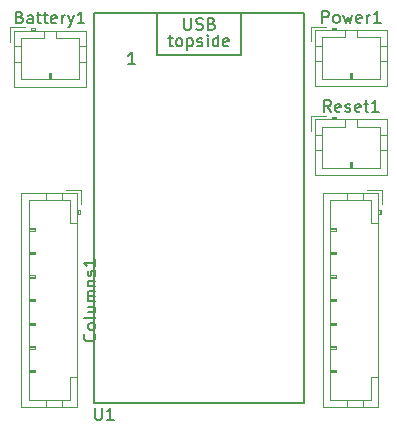
<source format=gbr>
%TF.GenerationSoftware,KiCad,Pcbnew,9.0.4*%
%TF.CreationDate,2025-10-08T20:13:18+03:00*%
%TF.ProjectId,dactyl_plugs,64616374-796c-45f7-906c-7567732e6b69,rev?*%
%TF.SameCoordinates,Original*%
%TF.FileFunction,Legend,Top*%
%TF.FilePolarity,Positive*%
%FSLAX46Y46*%
G04 Gerber Fmt 4.6, Leading zero omitted, Abs format (unit mm)*
G04 Created by KiCad (PCBNEW 9.0.4) date 2025-10-08 20:13:18*
%MOMM*%
%LPD*%
G01*
G04 APERTURE LIST*
%ADD10C,0.150000*%
%ADD11C,0.120000*%
G04 APERTURE END LIST*
D10*
X95452380Y-48031009D02*
X95595237Y-48078628D01*
X95595237Y-48078628D02*
X95642856Y-48126247D01*
X95642856Y-48126247D02*
X95690475Y-48221485D01*
X95690475Y-48221485D02*
X95690475Y-48364342D01*
X95690475Y-48364342D02*
X95642856Y-48459580D01*
X95642856Y-48459580D02*
X95595237Y-48507200D01*
X95595237Y-48507200D02*
X95499999Y-48554819D01*
X95499999Y-48554819D02*
X95119047Y-48554819D01*
X95119047Y-48554819D02*
X95119047Y-47554819D01*
X95119047Y-47554819D02*
X95452380Y-47554819D01*
X95452380Y-47554819D02*
X95547618Y-47602438D01*
X95547618Y-47602438D02*
X95595237Y-47650057D01*
X95595237Y-47650057D02*
X95642856Y-47745295D01*
X95642856Y-47745295D02*
X95642856Y-47840533D01*
X95642856Y-47840533D02*
X95595237Y-47935771D01*
X95595237Y-47935771D02*
X95547618Y-47983390D01*
X95547618Y-47983390D02*
X95452380Y-48031009D01*
X95452380Y-48031009D02*
X95119047Y-48031009D01*
X96547618Y-48554819D02*
X96547618Y-48031009D01*
X96547618Y-48031009D02*
X96499999Y-47935771D01*
X96499999Y-47935771D02*
X96404761Y-47888152D01*
X96404761Y-47888152D02*
X96214285Y-47888152D01*
X96214285Y-47888152D02*
X96119047Y-47935771D01*
X96547618Y-48507200D02*
X96452380Y-48554819D01*
X96452380Y-48554819D02*
X96214285Y-48554819D01*
X96214285Y-48554819D02*
X96119047Y-48507200D01*
X96119047Y-48507200D02*
X96071428Y-48411961D01*
X96071428Y-48411961D02*
X96071428Y-48316723D01*
X96071428Y-48316723D02*
X96119047Y-48221485D01*
X96119047Y-48221485D02*
X96214285Y-48173866D01*
X96214285Y-48173866D02*
X96452380Y-48173866D01*
X96452380Y-48173866D02*
X96547618Y-48126247D01*
X96880952Y-47888152D02*
X97261904Y-47888152D01*
X97023809Y-47554819D02*
X97023809Y-48411961D01*
X97023809Y-48411961D02*
X97071428Y-48507200D01*
X97071428Y-48507200D02*
X97166666Y-48554819D01*
X97166666Y-48554819D02*
X97261904Y-48554819D01*
X97452381Y-47888152D02*
X97833333Y-47888152D01*
X97595238Y-47554819D02*
X97595238Y-48411961D01*
X97595238Y-48411961D02*
X97642857Y-48507200D01*
X97642857Y-48507200D02*
X97738095Y-48554819D01*
X97738095Y-48554819D02*
X97833333Y-48554819D01*
X98547619Y-48507200D02*
X98452381Y-48554819D01*
X98452381Y-48554819D02*
X98261905Y-48554819D01*
X98261905Y-48554819D02*
X98166667Y-48507200D01*
X98166667Y-48507200D02*
X98119048Y-48411961D01*
X98119048Y-48411961D02*
X98119048Y-48031009D01*
X98119048Y-48031009D02*
X98166667Y-47935771D01*
X98166667Y-47935771D02*
X98261905Y-47888152D01*
X98261905Y-47888152D02*
X98452381Y-47888152D01*
X98452381Y-47888152D02*
X98547619Y-47935771D01*
X98547619Y-47935771D02*
X98595238Y-48031009D01*
X98595238Y-48031009D02*
X98595238Y-48126247D01*
X98595238Y-48126247D02*
X98119048Y-48221485D01*
X99023810Y-48554819D02*
X99023810Y-47888152D01*
X99023810Y-48078628D02*
X99071429Y-47983390D01*
X99071429Y-47983390D02*
X99119048Y-47935771D01*
X99119048Y-47935771D02*
X99214286Y-47888152D01*
X99214286Y-47888152D02*
X99309524Y-47888152D01*
X99547620Y-47888152D02*
X99785715Y-48554819D01*
X100023810Y-47888152D02*
X99785715Y-48554819D01*
X99785715Y-48554819D02*
X99690477Y-48792914D01*
X99690477Y-48792914D02*
X99642858Y-48840533D01*
X99642858Y-48840533D02*
X99547620Y-48888152D01*
X100928572Y-48554819D02*
X100357144Y-48554819D01*
X100642858Y-48554819D02*
X100642858Y-47554819D01*
X100642858Y-47554819D02*
X100547620Y-47697676D01*
X100547620Y-47697676D02*
X100452382Y-47792914D01*
X100452382Y-47792914D02*
X100357144Y-47840533D01*
X101759580Y-74857143D02*
X101807200Y-74904762D01*
X101807200Y-74904762D02*
X101854819Y-75047619D01*
X101854819Y-75047619D02*
X101854819Y-75142857D01*
X101854819Y-75142857D02*
X101807200Y-75285714D01*
X101807200Y-75285714D02*
X101711961Y-75380952D01*
X101711961Y-75380952D02*
X101616723Y-75428571D01*
X101616723Y-75428571D02*
X101426247Y-75476190D01*
X101426247Y-75476190D02*
X101283390Y-75476190D01*
X101283390Y-75476190D02*
X101092914Y-75428571D01*
X101092914Y-75428571D02*
X100997676Y-75380952D01*
X100997676Y-75380952D02*
X100902438Y-75285714D01*
X100902438Y-75285714D02*
X100854819Y-75142857D01*
X100854819Y-75142857D02*
X100854819Y-75047619D01*
X100854819Y-75047619D02*
X100902438Y-74904762D01*
X100902438Y-74904762D02*
X100950057Y-74857143D01*
X101854819Y-74285714D02*
X101807200Y-74380952D01*
X101807200Y-74380952D02*
X101759580Y-74428571D01*
X101759580Y-74428571D02*
X101664342Y-74476190D01*
X101664342Y-74476190D02*
X101378628Y-74476190D01*
X101378628Y-74476190D02*
X101283390Y-74428571D01*
X101283390Y-74428571D02*
X101235771Y-74380952D01*
X101235771Y-74380952D02*
X101188152Y-74285714D01*
X101188152Y-74285714D02*
X101188152Y-74142857D01*
X101188152Y-74142857D02*
X101235771Y-74047619D01*
X101235771Y-74047619D02*
X101283390Y-74000000D01*
X101283390Y-74000000D02*
X101378628Y-73952381D01*
X101378628Y-73952381D02*
X101664342Y-73952381D01*
X101664342Y-73952381D02*
X101759580Y-74000000D01*
X101759580Y-74000000D02*
X101807200Y-74047619D01*
X101807200Y-74047619D02*
X101854819Y-74142857D01*
X101854819Y-74142857D02*
X101854819Y-74285714D01*
X101854819Y-73380952D02*
X101807200Y-73476190D01*
X101807200Y-73476190D02*
X101711961Y-73523809D01*
X101711961Y-73523809D02*
X100854819Y-73523809D01*
X101188152Y-72571428D02*
X101854819Y-72571428D01*
X101188152Y-72999999D02*
X101711961Y-72999999D01*
X101711961Y-72999999D02*
X101807200Y-72952380D01*
X101807200Y-72952380D02*
X101854819Y-72857142D01*
X101854819Y-72857142D02*
X101854819Y-72714285D01*
X101854819Y-72714285D02*
X101807200Y-72619047D01*
X101807200Y-72619047D02*
X101759580Y-72571428D01*
X101854819Y-72095237D02*
X101188152Y-72095237D01*
X101283390Y-72095237D02*
X101235771Y-72047618D01*
X101235771Y-72047618D02*
X101188152Y-71952380D01*
X101188152Y-71952380D02*
X101188152Y-71809523D01*
X101188152Y-71809523D02*
X101235771Y-71714285D01*
X101235771Y-71714285D02*
X101331009Y-71666666D01*
X101331009Y-71666666D02*
X101854819Y-71666666D01*
X101331009Y-71666666D02*
X101235771Y-71619047D01*
X101235771Y-71619047D02*
X101188152Y-71523809D01*
X101188152Y-71523809D02*
X101188152Y-71380952D01*
X101188152Y-71380952D02*
X101235771Y-71285713D01*
X101235771Y-71285713D02*
X101331009Y-71238094D01*
X101331009Y-71238094D02*
X101854819Y-71238094D01*
X101188152Y-70761904D02*
X101854819Y-70761904D01*
X101283390Y-70761904D02*
X101235771Y-70714285D01*
X101235771Y-70714285D02*
X101188152Y-70619047D01*
X101188152Y-70619047D02*
X101188152Y-70476190D01*
X101188152Y-70476190D02*
X101235771Y-70380952D01*
X101235771Y-70380952D02*
X101331009Y-70333333D01*
X101331009Y-70333333D02*
X101854819Y-70333333D01*
X101807200Y-69904761D02*
X101854819Y-69809523D01*
X101854819Y-69809523D02*
X101854819Y-69619047D01*
X101854819Y-69619047D02*
X101807200Y-69523809D01*
X101807200Y-69523809D02*
X101711961Y-69476190D01*
X101711961Y-69476190D02*
X101664342Y-69476190D01*
X101664342Y-69476190D02*
X101569104Y-69523809D01*
X101569104Y-69523809D02*
X101521485Y-69619047D01*
X101521485Y-69619047D02*
X101521485Y-69761904D01*
X101521485Y-69761904D02*
X101473866Y-69857142D01*
X101473866Y-69857142D02*
X101378628Y-69904761D01*
X101378628Y-69904761D02*
X101331009Y-69904761D01*
X101331009Y-69904761D02*
X101235771Y-69857142D01*
X101235771Y-69857142D02*
X101188152Y-69761904D01*
X101188152Y-69761904D02*
X101188152Y-69619047D01*
X101188152Y-69619047D02*
X101235771Y-69523809D01*
X101854819Y-68523809D02*
X101854819Y-69095237D01*
X101854819Y-68809523D02*
X100854819Y-68809523D01*
X100854819Y-68809523D02*
X100997676Y-68904761D01*
X100997676Y-68904761D02*
X101092914Y-68999999D01*
X101092914Y-68999999D02*
X101140533Y-69095237D01*
X121047619Y-48504819D02*
X121047619Y-47504819D01*
X121047619Y-47504819D02*
X121428571Y-47504819D01*
X121428571Y-47504819D02*
X121523809Y-47552438D01*
X121523809Y-47552438D02*
X121571428Y-47600057D01*
X121571428Y-47600057D02*
X121619047Y-47695295D01*
X121619047Y-47695295D02*
X121619047Y-47838152D01*
X121619047Y-47838152D02*
X121571428Y-47933390D01*
X121571428Y-47933390D02*
X121523809Y-47981009D01*
X121523809Y-47981009D02*
X121428571Y-48028628D01*
X121428571Y-48028628D02*
X121047619Y-48028628D01*
X122190476Y-48504819D02*
X122095238Y-48457200D01*
X122095238Y-48457200D02*
X122047619Y-48409580D01*
X122047619Y-48409580D02*
X122000000Y-48314342D01*
X122000000Y-48314342D02*
X122000000Y-48028628D01*
X122000000Y-48028628D02*
X122047619Y-47933390D01*
X122047619Y-47933390D02*
X122095238Y-47885771D01*
X122095238Y-47885771D02*
X122190476Y-47838152D01*
X122190476Y-47838152D02*
X122333333Y-47838152D01*
X122333333Y-47838152D02*
X122428571Y-47885771D01*
X122428571Y-47885771D02*
X122476190Y-47933390D01*
X122476190Y-47933390D02*
X122523809Y-48028628D01*
X122523809Y-48028628D02*
X122523809Y-48314342D01*
X122523809Y-48314342D02*
X122476190Y-48409580D01*
X122476190Y-48409580D02*
X122428571Y-48457200D01*
X122428571Y-48457200D02*
X122333333Y-48504819D01*
X122333333Y-48504819D02*
X122190476Y-48504819D01*
X122857143Y-47838152D02*
X123047619Y-48504819D01*
X123047619Y-48504819D02*
X123238095Y-48028628D01*
X123238095Y-48028628D02*
X123428571Y-48504819D01*
X123428571Y-48504819D02*
X123619047Y-47838152D01*
X124380952Y-48457200D02*
X124285714Y-48504819D01*
X124285714Y-48504819D02*
X124095238Y-48504819D01*
X124095238Y-48504819D02*
X124000000Y-48457200D01*
X124000000Y-48457200D02*
X123952381Y-48361961D01*
X123952381Y-48361961D02*
X123952381Y-47981009D01*
X123952381Y-47981009D02*
X124000000Y-47885771D01*
X124000000Y-47885771D02*
X124095238Y-47838152D01*
X124095238Y-47838152D02*
X124285714Y-47838152D01*
X124285714Y-47838152D02*
X124380952Y-47885771D01*
X124380952Y-47885771D02*
X124428571Y-47981009D01*
X124428571Y-47981009D02*
X124428571Y-48076247D01*
X124428571Y-48076247D02*
X123952381Y-48171485D01*
X124857143Y-48504819D02*
X124857143Y-47838152D01*
X124857143Y-48028628D02*
X124904762Y-47933390D01*
X124904762Y-47933390D02*
X124952381Y-47885771D01*
X124952381Y-47885771D02*
X125047619Y-47838152D01*
X125047619Y-47838152D02*
X125142857Y-47838152D01*
X126000000Y-48504819D02*
X125428572Y-48504819D01*
X125714286Y-48504819D02*
X125714286Y-47504819D01*
X125714286Y-47504819D02*
X125619048Y-47647676D01*
X125619048Y-47647676D02*
X125523810Y-47742914D01*
X125523810Y-47742914D02*
X125428572Y-47790533D01*
X101831779Y-81124819D02*
X101831779Y-81934342D01*
X101831779Y-81934342D02*
X101879398Y-82029580D01*
X101879398Y-82029580D02*
X101927017Y-82077200D01*
X101927017Y-82077200D02*
X102022255Y-82124819D01*
X102022255Y-82124819D02*
X102212731Y-82124819D01*
X102212731Y-82124819D02*
X102307969Y-82077200D01*
X102307969Y-82077200D02*
X102355588Y-82029580D01*
X102355588Y-82029580D02*
X102403207Y-81934342D01*
X102403207Y-81934342D02*
X102403207Y-81124819D01*
X103403207Y-82124819D02*
X102831779Y-82124819D01*
X103117493Y-82124819D02*
X103117493Y-81124819D01*
X103117493Y-81124819D02*
X103022255Y-81267676D01*
X103022255Y-81267676D02*
X102927017Y-81362914D01*
X102927017Y-81362914D02*
X102831779Y-81410533D01*
X105205714Y-52017319D02*
X104634286Y-52017319D01*
X104920000Y-52017319D02*
X104920000Y-51017319D01*
X104920000Y-51017319D02*
X104824762Y-51160176D01*
X104824762Y-51160176D02*
X104729524Y-51255414D01*
X104729524Y-51255414D02*
X104634286Y-51303033D01*
X108015952Y-49833152D02*
X108396904Y-49833152D01*
X108158809Y-49499819D02*
X108158809Y-50356961D01*
X108158809Y-50356961D02*
X108206428Y-50452200D01*
X108206428Y-50452200D02*
X108301666Y-50499819D01*
X108301666Y-50499819D02*
X108396904Y-50499819D01*
X108873095Y-50499819D02*
X108777857Y-50452200D01*
X108777857Y-50452200D02*
X108730238Y-50404580D01*
X108730238Y-50404580D02*
X108682619Y-50309342D01*
X108682619Y-50309342D02*
X108682619Y-50023628D01*
X108682619Y-50023628D02*
X108730238Y-49928390D01*
X108730238Y-49928390D02*
X108777857Y-49880771D01*
X108777857Y-49880771D02*
X108873095Y-49833152D01*
X108873095Y-49833152D02*
X109015952Y-49833152D01*
X109015952Y-49833152D02*
X109111190Y-49880771D01*
X109111190Y-49880771D02*
X109158809Y-49928390D01*
X109158809Y-49928390D02*
X109206428Y-50023628D01*
X109206428Y-50023628D02*
X109206428Y-50309342D01*
X109206428Y-50309342D02*
X109158809Y-50404580D01*
X109158809Y-50404580D02*
X109111190Y-50452200D01*
X109111190Y-50452200D02*
X109015952Y-50499819D01*
X109015952Y-50499819D02*
X108873095Y-50499819D01*
X109635000Y-49833152D02*
X109635000Y-50833152D01*
X109635000Y-49880771D02*
X109730238Y-49833152D01*
X109730238Y-49833152D02*
X109920714Y-49833152D01*
X109920714Y-49833152D02*
X110015952Y-49880771D01*
X110015952Y-49880771D02*
X110063571Y-49928390D01*
X110063571Y-49928390D02*
X110111190Y-50023628D01*
X110111190Y-50023628D02*
X110111190Y-50309342D01*
X110111190Y-50309342D02*
X110063571Y-50404580D01*
X110063571Y-50404580D02*
X110015952Y-50452200D01*
X110015952Y-50452200D02*
X109920714Y-50499819D01*
X109920714Y-50499819D02*
X109730238Y-50499819D01*
X109730238Y-50499819D02*
X109635000Y-50452200D01*
X110492143Y-50452200D02*
X110587381Y-50499819D01*
X110587381Y-50499819D02*
X110777857Y-50499819D01*
X110777857Y-50499819D02*
X110873095Y-50452200D01*
X110873095Y-50452200D02*
X110920714Y-50356961D01*
X110920714Y-50356961D02*
X110920714Y-50309342D01*
X110920714Y-50309342D02*
X110873095Y-50214104D01*
X110873095Y-50214104D02*
X110777857Y-50166485D01*
X110777857Y-50166485D02*
X110635000Y-50166485D01*
X110635000Y-50166485D02*
X110539762Y-50118866D01*
X110539762Y-50118866D02*
X110492143Y-50023628D01*
X110492143Y-50023628D02*
X110492143Y-49976009D01*
X110492143Y-49976009D02*
X110539762Y-49880771D01*
X110539762Y-49880771D02*
X110635000Y-49833152D01*
X110635000Y-49833152D02*
X110777857Y-49833152D01*
X110777857Y-49833152D02*
X110873095Y-49880771D01*
X111349286Y-50499819D02*
X111349286Y-49833152D01*
X111349286Y-49499819D02*
X111301667Y-49547438D01*
X111301667Y-49547438D02*
X111349286Y-49595057D01*
X111349286Y-49595057D02*
X111396905Y-49547438D01*
X111396905Y-49547438D02*
X111349286Y-49499819D01*
X111349286Y-49499819D02*
X111349286Y-49595057D01*
X112254047Y-50499819D02*
X112254047Y-49499819D01*
X112254047Y-50452200D02*
X112158809Y-50499819D01*
X112158809Y-50499819D02*
X111968333Y-50499819D01*
X111968333Y-50499819D02*
X111873095Y-50452200D01*
X111873095Y-50452200D02*
X111825476Y-50404580D01*
X111825476Y-50404580D02*
X111777857Y-50309342D01*
X111777857Y-50309342D02*
X111777857Y-50023628D01*
X111777857Y-50023628D02*
X111825476Y-49928390D01*
X111825476Y-49928390D02*
X111873095Y-49880771D01*
X111873095Y-49880771D02*
X111968333Y-49833152D01*
X111968333Y-49833152D02*
X112158809Y-49833152D01*
X112158809Y-49833152D02*
X112254047Y-49880771D01*
X113111190Y-50452200D02*
X113015952Y-50499819D01*
X113015952Y-50499819D02*
X112825476Y-50499819D01*
X112825476Y-50499819D02*
X112730238Y-50452200D01*
X112730238Y-50452200D02*
X112682619Y-50356961D01*
X112682619Y-50356961D02*
X112682619Y-49976009D01*
X112682619Y-49976009D02*
X112730238Y-49880771D01*
X112730238Y-49880771D02*
X112825476Y-49833152D01*
X112825476Y-49833152D02*
X113015952Y-49833152D01*
X113015952Y-49833152D02*
X113111190Y-49880771D01*
X113111190Y-49880771D02*
X113158809Y-49976009D01*
X113158809Y-49976009D02*
X113158809Y-50071247D01*
X113158809Y-50071247D02*
X112682619Y-50166485D01*
X109373095Y-48099819D02*
X109373095Y-48909342D01*
X109373095Y-48909342D02*
X109420714Y-49004580D01*
X109420714Y-49004580D02*
X109468333Y-49052200D01*
X109468333Y-49052200D02*
X109563571Y-49099819D01*
X109563571Y-49099819D02*
X109754047Y-49099819D01*
X109754047Y-49099819D02*
X109849285Y-49052200D01*
X109849285Y-49052200D02*
X109896904Y-49004580D01*
X109896904Y-49004580D02*
X109944523Y-48909342D01*
X109944523Y-48909342D02*
X109944523Y-48099819D01*
X110373095Y-49052200D02*
X110515952Y-49099819D01*
X110515952Y-49099819D02*
X110754047Y-49099819D01*
X110754047Y-49099819D02*
X110849285Y-49052200D01*
X110849285Y-49052200D02*
X110896904Y-49004580D01*
X110896904Y-49004580D02*
X110944523Y-48909342D01*
X110944523Y-48909342D02*
X110944523Y-48814104D01*
X110944523Y-48814104D02*
X110896904Y-48718866D01*
X110896904Y-48718866D02*
X110849285Y-48671247D01*
X110849285Y-48671247D02*
X110754047Y-48623628D01*
X110754047Y-48623628D02*
X110563571Y-48576009D01*
X110563571Y-48576009D02*
X110468333Y-48528390D01*
X110468333Y-48528390D02*
X110420714Y-48480771D01*
X110420714Y-48480771D02*
X110373095Y-48385533D01*
X110373095Y-48385533D02*
X110373095Y-48290295D01*
X110373095Y-48290295D02*
X110420714Y-48195057D01*
X110420714Y-48195057D02*
X110468333Y-48147438D01*
X110468333Y-48147438D02*
X110563571Y-48099819D01*
X110563571Y-48099819D02*
X110801666Y-48099819D01*
X110801666Y-48099819D02*
X110944523Y-48147438D01*
X111706428Y-48576009D02*
X111849285Y-48623628D01*
X111849285Y-48623628D02*
X111896904Y-48671247D01*
X111896904Y-48671247D02*
X111944523Y-48766485D01*
X111944523Y-48766485D02*
X111944523Y-48909342D01*
X111944523Y-48909342D02*
X111896904Y-49004580D01*
X111896904Y-49004580D02*
X111849285Y-49052200D01*
X111849285Y-49052200D02*
X111754047Y-49099819D01*
X111754047Y-49099819D02*
X111373095Y-49099819D01*
X111373095Y-49099819D02*
X111373095Y-48099819D01*
X111373095Y-48099819D02*
X111706428Y-48099819D01*
X111706428Y-48099819D02*
X111801666Y-48147438D01*
X111801666Y-48147438D02*
X111849285Y-48195057D01*
X111849285Y-48195057D02*
X111896904Y-48290295D01*
X111896904Y-48290295D02*
X111896904Y-48385533D01*
X111896904Y-48385533D02*
X111849285Y-48480771D01*
X111849285Y-48480771D02*
X111801666Y-48528390D01*
X111801666Y-48528390D02*
X111706428Y-48576009D01*
X111706428Y-48576009D02*
X111373095Y-48576009D01*
X121785713Y-56054819D02*
X121452380Y-55578628D01*
X121214285Y-56054819D02*
X121214285Y-55054819D01*
X121214285Y-55054819D02*
X121595237Y-55054819D01*
X121595237Y-55054819D02*
X121690475Y-55102438D01*
X121690475Y-55102438D02*
X121738094Y-55150057D01*
X121738094Y-55150057D02*
X121785713Y-55245295D01*
X121785713Y-55245295D02*
X121785713Y-55388152D01*
X121785713Y-55388152D02*
X121738094Y-55483390D01*
X121738094Y-55483390D02*
X121690475Y-55531009D01*
X121690475Y-55531009D02*
X121595237Y-55578628D01*
X121595237Y-55578628D02*
X121214285Y-55578628D01*
X122595237Y-56007200D02*
X122499999Y-56054819D01*
X122499999Y-56054819D02*
X122309523Y-56054819D01*
X122309523Y-56054819D02*
X122214285Y-56007200D01*
X122214285Y-56007200D02*
X122166666Y-55911961D01*
X122166666Y-55911961D02*
X122166666Y-55531009D01*
X122166666Y-55531009D02*
X122214285Y-55435771D01*
X122214285Y-55435771D02*
X122309523Y-55388152D01*
X122309523Y-55388152D02*
X122499999Y-55388152D01*
X122499999Y-55388152D02*
X122595237Y-55435771D01*
X122595237Y-55435771D02*
X122642856Y-55531009D01*
X122642856Y-55531009D02*
X122642856Y-55626247D01*
X122642856Y-55626247D02*
X122166666Y-55721485D01*
X123023809Y-56007200D02*
X123119047Y-56054819D01*
X123119047Y-56054819D02*
X123309523Y-56054819D01*
X123309523Y-56054819D02*
X123404761Y-56007200D01*
X123404761Y-56007200D02*
X123452380Y-55911961D01*
X123452380Y-55911961D02*
X123452380Y-55864342D01*
X123452380Y-55864342D02*
X123404761Y-55769104D01*
X123404761Y-55769104D02*
X123309523Y-55721485D01*
X123309523Y-55721485D02*
X123166666Y-55721485D01*
X123166666Y-55721485D02*
X123071428Y-55673866D01*
X123071428Y-55673866D02*
X123023809Y-55578628D01*
X123023809Y-55578628D02*
X123023809Y-55531009D01*
X123023809Y-55531009D02*
X123071428Y-55435771D01*
X123071428Y-55435771D02*
X123166666Y-55388152D01*
X123166666Y-55388152D02*
X123309523Y-55388152D01*
X123309523Y-55388152D02*
X123404761Y-55435771D01*
X124261904Y-56007200D02*
X124166666Y-56054819D01*
X124166666Y-56054819D02*
X123976190Y-56054819D01*
X123976190Y-56054819D02*
X123880952Y-56007200D01*
X123880952Y-56007200D02*
X123833333Y-55911961D01*
X123833333Y-55911961D02*
X123833333Y-55531009D01*
X123833333Y-55531009D02*
X123880952Y-55435771D01*
X123880952Y-55435771D02*
X123976190Y-55388152D01*
X123976190Y-55388152D02*
X124166666Y-55388152D01*
X124166666Y-55388152D02*
X124261904Y-55435771D01*
X124261904Y-55435771D02*
X124309523Y-55531009D01*
X124309523Y-55531009D02*
X124309523Y-55626247D01*
X124309523Y-55626247D02*
X123833333Y-55721485D01*
X124595238Y-55388152D02*
X124976190Y-55388152D01*
X124738095Y-55054819D02*
X124738095Y-55911961D01*
X124738095Y-55911961D02*
X124785714Y-56007200D01*
X124785714Y-56007200D02*
X124880952Y-56054819D01*
X124880952Y-56054819D02*
X124976190Y-56054819D01*
X125833333Y-56054819D02*
X125261905Y-56054819D01*
X125547619Y-56054819D02*
X125547619Y-55054819D01*
X125547619Y-55054819D02*
X125452381Y-55197676D01*
X125452381Y-55197676D02*
X125357143Y-55292914D01*
X125357143Y-55292914D02*
X125261905Y-55340533D01*
D11*
%TO.C,Battery1*%
X101060000Y-53910000D02*
X101060000Y-49190000D01*
X101060000Y-51800000D02*
X100450000Y-51800000D01*
X101060000Y-50500000D02*
X100450000Y-50500000D01*
X101060000Y-49190000D02*
X94940000Y-49190000D01*
X100450000Y-53300000D02*
X100450000Y-49800000D01*
X100450000Y-49800000D02*
X98500000Y-49800000D01*
X98500000Y-49800000D02*
X98500000Y-49190000D01*
X98100000Y-52800000D02*
X98100000Y-53300000D01*
X98000000Y-53300000D02*
X98000000Y-52800000D01*
X97900000Y-53300000D02*
X97900000Y-52800000D01*
X97900000Y-52800000D02*
X98100000Y-52800000D01*
X97500000Y-49800000D02*
X95550000Y-49800000D01*
X97500000Y-49190000D02*
X97500000Y-49800000D01*
X96700000Y-49190000D02*
X96700000Y-48990000D01*
X96700000Y-49090000D02*
X96400000Y-49090000D01*
X96700000Y-48990000D02*
X96400000Y-48990000D01*
X96400000Y-48990000D02*
X96400000Y-49190000D01*
X95890000Y-48890000D02*
X94640000Y-48890000D01*
X95550000Y-53300000D02*
X100450000Y-53300000D01*
X95550000Y-49800000D02*
X95550000Y-53300000D01*
X94940000Y-53910000D02*
X101060000Y-53910000D01*
X94940000Y-51800000D02*
X95550000Y-51800000D01*
X94940000Y-50500000D02*
X95550000Y-50500000D01*
X94940000Y-49190000D02*
X94940000Y-53910000D01*
X94640000Y-48890000D02*
X94640000Y-50140000D01*
%TO.C,Columns1*%
X100610000Y-62640000D02*
X99360000Y-62640000D01*
X100310000Y-62940000D02*
X95590000Y-62940000D01*
X99000000Y-62940000D02*
X99000000Y-63550000D01*
X97700000Y-62940000D02*
X97700000Y-63550000D01*
X95590000Y-62940000D02*
X95590000Y-81060000D01*
X99700000Y-63550000D02*
X96200000Y-63550000D01*
X96200000Y-63550000D02*
X96200000Y-80450000D01*
X100610000Y-63890000D02*
X100610000Y-62640000D01*
X100510000Y-64400000D02*
X100310000Y-64400000D01*
X100510000Y-64700000D02*
X100510000Y-64400000D01*
X100410000Y-64700000D02*
X100410000Y-64400000D01*
X100310000Y-64700000D02*
X100510000Y-64700000D01*
X100310000Y-65500000D02*
X99700000Y-65500000D01*
X99700000Y-65500000D02*
X99700000Y-63550000D01*
X96700000Y-65900000D02*
X96700000Y-66100000D01*
X96200000Y-65900000D02*
X96700000Y-65900000D01*
X96200000Y-66000000D02*
X96700000Y-66000000D01*
X96700000Y-66100000D02*
X96200000Y-66100000D01*
X96700000Y-67900000D02*
X96700000Y-68100000D01*
X96200000Y-67900000D02*
X96700000Y-67900000D01*
X96200000Y-68000000D02*
X96700000Y-68000000D01*
X96700000Y-68100000D02*
X96200000Y-68100000D01*
X96700000Y-69900000D02*
X96700000Y-70100000D01*
X96200000Y-69900000D02*
X96700000Y-69900000D01*
X96200000Y-70000000D02*
X96700000Y-70000000D01*
X96700000Y-70100000D02*
X96200000Y-70100000D01*
X96700000Y-71900000D02*
X96700000Y-72100000D01*
X96200000Y-71900000D02*
X96700000Y-71900000D01*
X96200000Y-72000000D02*
X96700000Y-72000000D01*
X96700000Y-72100000D02*
X96200000Y-72100000D01*
X96700000Y-73900000D02*
X96700000Y-74100000D01*
X96200000Y-73900000D02*
X96700000Y-73900000D01*
X96200000Y-74000000D02*
X96700000Y-74000000D01*
X96700000Y-74100000D02*
X96200000Y-74100000D01*
X96700000Y-75900000D02*
X96700000Y-76100000D01*
X96200000Y-75900000D02*
X96700000Y-75900000D01*
X96200000Y-76000000D02*
X96700000Y-76000000D01*
X96700000Y-76100000D02*
X96200000Y-76100000D01*
X96700000Y-77900000D02*
X96700000Y-78100000D01*
X96200000Y-77900000D02*
X96700000Y-77900000D01*
X96200000Y-78000000D02*
X96700000Y-78000000D01*
X96700000Y-78100000D02*
X96200000Y-78100000D01*
X99700000Y-78500000D02*
X100310000Y-78500000D01*
X99700000Y-80450000D02*
X99700000Y-78500000D01*
X96200000Y-80450000D02*
X99700000Y-80450000D01*
X100310000Y-81060000D02*
X100310000Y-62940000D01*
X99000000Y-81060000D02*
X99000000Y-80450000D01*
X97700000Y-81060000D02*
X97700000Y-80450000D01*
X95590000Y-81060000D02*
X100310000Y-81060000D01*
%TO.C,Rows1*%
X126110000Y-62640000D02*
X124860000Y-62640000D01*
X125810000Y-62940000D02*
X121090000Y-62940000D01*
X124500000Y-62940000D02*
X124500000Y-63550000D01*
X123200000Y-62940000D02*
X123200000Y-63550000D01*
X121090000Y-62940000D02*
X121090000Y-81060000D01*
X125200000Y-63550000D02*
X121700000Y-63550000D01*
X121700000Y-63550000D02*
X121700000Y-80450000D01*
X126110000Y-63890000D02*
X126110000Y-62640000D01*
X126010000Y-64400000D02*
X125810000Y-64400000D01*
X126010000Y-64700000D02*
X126010000Y-64400000D01*
X125910000Y-64700000D02*
X125910000Y-64400000D01*
X125810000Y-64700000D02*
X126010000Y-64700000D01*
X125810000Y-65500000D02*
X125200000Y-65500000D01*
X125200000Y-65500000D02*
X125200000Y-63550000D01*
X122200000Y-65900000D02*
X122200000Y-66100000D01*
X121700000Y-65900000D02*
X122200000Y-65900000D01*
X121700000Y-66000000D02*
X122200000Y-66000000D01*
X122200000Y-66100000D02*
X121700000Y-66100000D01*
X122200000Y-67900000D02*
X122200000Y-68100000D01*
X121700000Y-67900000D02*
X122200000Y-67900000D01*
X121700000Y-68000000D02*
X122200000Y-68000000D01*
X122200000Y-68100000D02*
X121700000Y-68100000D01*
X122200000Y-69900000D02*
X122200000Y-70100000D01*
X121700000Y-69900000D02*
X122200000Y-69900000D01*
X121700000Y-70000000D02*
X122200000Y-70000000D01*
X122200000Y-70100000D02*
X121700000Y-70100000D01*
X122200000Y-71900000D02*
X122200000Y-72100000D01*
X121700000Y-71900000D02*
X122200000Y-71900000D01*
X121700000Y-72000000D02*
X122200000Y-72000000D01*
X122200000Y-72100000D02*
X121700000Y-72100000D01*
X122200000Y-73900000D02*
X122200000Y-74100000D01*
X121700000Y-73900000D02*
X122200000Y-73900000D01*
X121700000Y-74000000D02*
X122200000Y-74000000D01*
X122200000Y-74100000D02*
X121700000Y-74100000D01*
X122200000Y-75900000D02*
X122200000Y-76100000D01*
X121700000Y-75900000D02*
X122200000Y-75900000D01*
X121700000Y-76000000D02*
X122200000Y-76000000D01*
X122200000Y-76100000D02*
X121700000Y-76100000D01*
X122200000Y-77900000D02*
X122200000Y-78100000D01*
X121700000Y-77900000D02*
X122200000Y-77900000D01*
X121700000Y-78000000D02*
X122200000Y-78000000D01*
X122200000Y-78100000D02*
X121700000Y-78100000D01*
X125200000Y-78500000D02*
X125810000Y-78500000D01*
X125200000Y-80450000D02*
X125200000Y-78500000D01*
X121700000Y-80450000D02*
X125200000Y-80450000D01*
X125810000Y-81060000D02*
X125810000Y-62940000D01*
X124500000Y-81060000D02*
X124500000Y-80450000D01*
X123200000Y-81060000D02*
X123200000Y-80450000D01*
X121090000Y-81060000D02*
X125810000Y-81060000D01*
%TO.C,Power1*%
X120140000Y-48840000D02*
X120140000Y-50090000D01*
X120440000Y-49140000D02*
X120440000Y-53860000D01*
X120440000Y-50450000D02*
X121050000Y-50450000D01*
X120440000Y-51750000D02*
X121050000Y-51750000D01*
X120440000Y-53860000D02*
X126560000Y-53860000D01*
X121050000Y-49750000D02*
X121050000Y-53250000D01*
X121050000Y-53250000D02*
X125950000Y-53250000D01*
X121390000Y-48840000D02*
X120140000Y-48840000D01*
X121900000Y-48940000D02*
X121900000Y-49140000D01*
X122200000Y-48940000D02*
X121900000Y-48940000D01*
X122200000Y-49040000D02*
X121900000Y-49040000D01*
X122200000Y-49140000D02*
X122200000Y-48940000D01*
X123000000Y-49140000D02*
X123000000Y-49750000D01*
X123000000Y-49750000D02*
X121050000Y-49750000D01*
X123400000Y-52750000D02*
X123600000Y-52750000D01*
X123400000Y-53250000D02*
X123400000Y-52750000D01*
X123500000Y-53250000D02*
X123500000Y-52750000D01*
X123600000Y-52750000D02*
X123600000Y-53250000D01*
X124000000Y-49750000D02*
X124000000Y-49140000D01*
X125950000Y-49750000D02*
X124000000Y-49750000D01*
X125950000Y-53250000D02*
X125950000Y-49750000D01*
X126560000Y-49140000D02*
X120440000Y-49140000D01*
X126560000Y-50450000D02*
X125950000Y-50450000D01*
X126560000Y-51750000D02*
X125950000Y-51750000D01*
X126560000Y-53860000D02*
X126560000Y-49140000D01*
D10*
%TO.C,U1*%
X107085000Y-51230000D02*
X107085000Y-47650000D01*
X114185000Y-51230000D02*
X107085000Y-51230000D01*
X114185000Y-51230000D02*
X114185000Y-47650000D01*
X101745000Y-47650000D02*
X119525000Y-47650000D01*
X119525000Y-80670000D01*
X101745000Y-80670000D01*
X101745000Y-47650000D01*
D11*
%TO.C,Reset1*%
X120140000Y-56390000D02*
X120140000Y-57640000D01*
X120440000Y-56690000D02*
X120440000Y-61410000D01*
X120440000Y-58000000D02*
X121050000Y-58000000D01*
X120440000Y-59300000D02*
X121050000Y-59300000D01*
X120440000Y-61410000D02*
X126560000Y-61410000D01*
X121050000Y-57300000D02*
X121050000Y-60800000D01*
X121050000Y-60800000D02*
X125950000Y-60800000D01*
X121390000Y-56390000D02*
X120140000Y-56390000D01*
X121900000Y-56490000D02*
X121900000Y-56690000D01*
X122200000Y-56490000D02*
X121900000Y-56490000D01*
X122200000Y-56590000D02*
X121900000Y-56590000D01*
X122200000Y-56690000D02*
X122200000Y-56490000D01*
X123000000Y-56690000D02*
X123000000Y-57300000D01*
X123000000Y-57300000D02*
X121050000Y-57300000D01*
X123400000Y-60300000D02*
X123600000Y-60300000D01*
X123400000Y-60800000D02*
X123400000Y-60300000D01*
X123500000Y-60800000D02*
X123500000Y-60300000D01*
X123600000Y-60300000D02*
X123600000Y-60800000D01*
X124000000Y-57300000D02*
X124000000Y-56690000D01*
X125950000Y-57300000D02*
X124000000Y-57300000D01*
X125950000Y-60800000D02*
X125950000Y-57300000D01*
X126560000Y-56690000D02*
X120440000Y-56690000D01*
X126560000Y-58000000D02*
X125950000Y-58000000D01*
X126560000Y-59300000D02*
X125950000Y-59300000D01*
X126560000Y-61410000D02*
X126560000Y-56690000D01*
%TD*%
M02*

</source>
